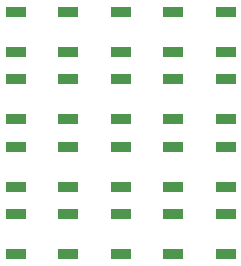
<source format=gbr>
G04 #@! TF.FileFunction,Paste,Top*
%FSLAX46Y46*%
G04 Gerber Fmt 4.6, Leading zero omitted, Abs format (unit mm)*
G04 Created by KiCad (PCBNEW 4.0.7) date 07/07/18 12:03:53*
%MOMM*%
%LPD*%
G01*
G04 APERTURE LIST*
%ADD10C,0.100000*%
%ADD11R,1.700000X0.900000*%
G04 APERTURE END LIST*
D10*
D11*
X118745000Y-98220000D03*
X118745000Y-94820000D03*
X123190000Y-98220000D03*
X123190000Y-94820000D03*
X127635000Y-98220000D03*
X127635000Y-94820000D03*
X132080000Y-98220000D03*
X132080000Y-94820000D03*
X136525000Y-98220000D03*
X136525000Y-94820000D03*
X118745000Y-100535000D03*
X118745000Y-103935000D03*
X123190000Y-100535000D03*
X123190000Y-103935000D03*
X127635000Y-100535000D03*
X127635000Y-103935000D03*
X132080000Y-100535000D03*
X132080000Y-103935000D03*
X136525000Y-100535000D03*
X136525000Y-103935000D03*
X118745000Y-106250000D03*
X118745000Y-109650000D03*
X123190000Y-106250000D03*
X123190000Y-109650000D03*
X127635000Y-106250000D03*
X127635000Y-109650000D03*
X132080000Y-106250000D03*
X132080000Y-109650000D03*
X136525000Y-106250000D03*
X136525000Y-109650000D03*
X118745000Y-111965000D03*
X118745000Y-115365000D03*
X123190000Y-111965000D03*
X123190000Y-115365000D03*
X127635000Y-111965000D03*
X127635000Y-115365000D03*
X132080000Y-111965000D03*
X132080000Y-115365000D03*
X136525000Y-111965000D03*
X136525000Y-115365000D03*
M02*

</source>
